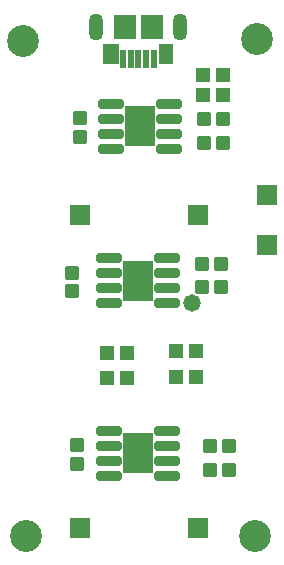
<source format=gbr>
%TF.GenerationSoftware,Altium Limited,Altium Designer,20.0.13 (296)*%
G04 Layer_Color=8388736*
%FSLAX45Y45*%
%MOMM*%
%TF.FileFunction,Soldermask,Top*%
%TF.Part,Single*%
G01*
G75*
%TA.AperFunction,ComponentPad*%
%ADD27O,1.25320X2.30320*%
%ADD28R,1.70320X1.70320*%
%TA.AperFunction,ViaPad*%
%ADD29C,2.70320*%
%ADD30C,1.47320*%
%TA.AperFunction,SMDPad,CuDef*%
%ADD37R,1.30320X1.20320*%
%TA.AperFunction,ConnectorPad*%
%ADD38R,1.35320X1.65320*%
%ADD39R,1.30320X1.65320*%
%ADD40R,1.95320X2.10320*%
%ADD41R,0.50320X1.60320*%
%ADD42R,0.60320X1.60320*%
%ADD43R,0.50920X1.60320*%
%TA.AperFunction,SMDPad,CuDef*%
%ADD44R,2.61620X3.50520*%
G04:AMPARAMS|DCode=45|XSize=2.1732mm|YSize=0.8032mm|CornerRadius=0.1766mm|HoleSize=0mm|Usage=FLASHONLY|Rotation=0.000|XOffset=0mm|YOffset=0mm|HoleType=Round|Shape=RoundedRectangle|*
%AMROUNDEDRECTD45*
21,1,2.17320,0.45000,0,0,0.0*
21,1,1.82000,0.80320,0,0,0.0*
1,1,0.35320,0.91000,-0.22500*
1,1,0.35320,-0.91000,-0.22500*
1,1,0.35320,-0.91000,0.22500*
1,1,0.35320,0.91000,0.22500*
%
%ADD45ROUNDEDRECTD45*%
G04:AMPARAMS|DCode=46|XSize=1.1432mm|YSize=1.2232mm|CornerRadius=0.1956mm|HoleSize=0mm|Usage=FLASHONLY|Rotation=0.000|XOffset=0mm|YOffset=0mm|HoleType=Round|Shape=RoundedRectangle|*
%AMROUNDEDRECTD46*
21,1,1.14320,0.83200,0,0,0.0*
21,1,0.75200,1.22320,0,0,0.0*
1,1,0.39120,0.37600,-0.41600*
1,1,0.39120,-0.37600,-0.41600*
1,1,0.39120,-0.37600,0.41600*
1,1,0.39120,0.37600,0.41600*
%
%ADD46ROUNDEDRECTD46*%
G04:AMPARAMS|DCode=47|XSize=1.1432mm|YSize=1.2232mm|CornerRadius=0.1956mm|HoleSize=0mm|Usage=FLASHONLY|Rotation=90.000|XOffset=0mm|YOffset=0mm|HoleType=Round|Shape=RoundedRectangle|*
%AMROUNDEDRECTD47*
21,1,1.14320,0.83200,0,0,90.0*
21,1,0.75200,1.22320,0,0,90.0*
1,1,0.39120,0.41600,0.37600*
1,1,0.39120,0.41600,-0.37600*
1,1,0.39120,-0.41600,-0.37600*
1,1,0.39120,-0.41600,0.37600*
%
%ADD47ROUNDEDRECTD47*%
D27*
X14209399Y12545898D02*
D03*
X14924400D02*
D03*
D28*
X15659100Y11125200D02*
D03*
Y10706100D02*
D03*
X15074899Y10960100D02*
D03*
X15071597Y8305800D02*
D03*
X14071600Y10960100D02*
D03*
Y8305800D02*
D03*
D29*
X15570200Y12446000D02*
D03*
X13589000Y12433300D02*
D03*
X13614400Y8242300D02*
D03*
X15557500D02*
D03*
D30*
X15019020Y10210800D02*
D03*
D37*
X15286899Y11976100D02*
D03*
X15116901D02*
D03*
X15286899Y12141200D02*
D03*
X15116901D02*
D03*
X15058299Y9804400D02*
D03*
X14888301D02*
D03*
X15058299Y9588500D02*
D03*
X14888301D02*
D03*
X14474100Y9791700D02*
D03*
X14304102D02*
D03*
X14474100Y9575800D02*
D03*
X14304102D02*
D03*
D38*
X14334901Y12322901D02*
D03*
D39*
X14798898D02*
D03*
D40*
X14454398Y12545898D02*
D03*
X14679402D02*
D03*
D41*
X14436897Y12280900D02*
D03*
X14501901D02*
D03*
D42*
X14566901D02*
D03*
X14696902D02*
D03*
D43*
X14631898D02*
D03*
D44*
X14579601Y11709400D02*
D03*
X14564505Y8940953D02*
D03*
X14566901Y10401300D02*
D03*
D45*
X14827098Y11899900D02*
D03*
Y11772900D02*
D03*
Y11645900D02*
D03*
Y11518900D02*
D03*
X14332101D02*
D03*
Y11645900D02*
D03*
Y11772900D02*
D03*
Y11899900D02*
D03*
X14812003Y9131453D02*
D03*
Y9004453D02*
D03*
Y8877453D02*
D03*
Y8750453D02*
D03*
X14317007D02*
D03*
Y8877453D02*
D03*
Y9004453D02*
D03*
Y9131453D02*
D03*
X14814398Y10591800D02*
D03*
Y10464800D02*
D03*
Y10337800D02*
D03*
Y10210800D02*
D03*
X14319402D02*
D03*
Y10337800D02*
D03*
Y10464800D02*
D03*
Y10591800D02*
D03*
D46*
X15122900Y11772900D02*
D03*
X15280899D02*
D03*
X15122900Y11569700D02*
D03*
X15280899D02*
D03*
X15173701Y9004300D02*
D03*
X15331699D02*
D03*
X15173701Y8801100D02*
D03*
X15331699D02*
D03*
X15110201Y10350500D02*
D03*
X15268199D02*
D03*
X15110201Y10541000D02*
D03*
X15268199D02*
D03*
D47*
X14071600Y11617701D02*
D03*
Y11775699D02*
D03*
X14046201Y8849101D02*
D03*
Y9007099D02*
D03*
X14008099Y10309601D02*
D03*
Y10467599D02*
D03*
%TF.MD5,e4713f086bbb8dd7a4193d4882b293e6*%
M02*

</source>
